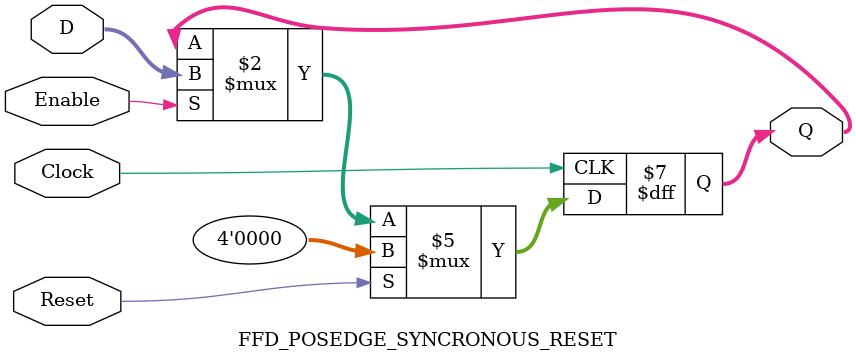
<source format=v>
module FFD_POSEDGE_SYNCRONOUS_RESET # ( parameter SIZE=4 )
(
	input wire				Clock,
	input wire				Reset,
	input wire				Enable,
	input wire [SIZE-1:0]	D,
	output reg [SIZE-1:0]	Q
);
	

always @ (posedge Clock) 
begin
	if ( Reset )
		Q <= 0;
	else
	begin	
		if (Enable) 
			Q <= D; 
	end	
 
end

endmodule

</source>
